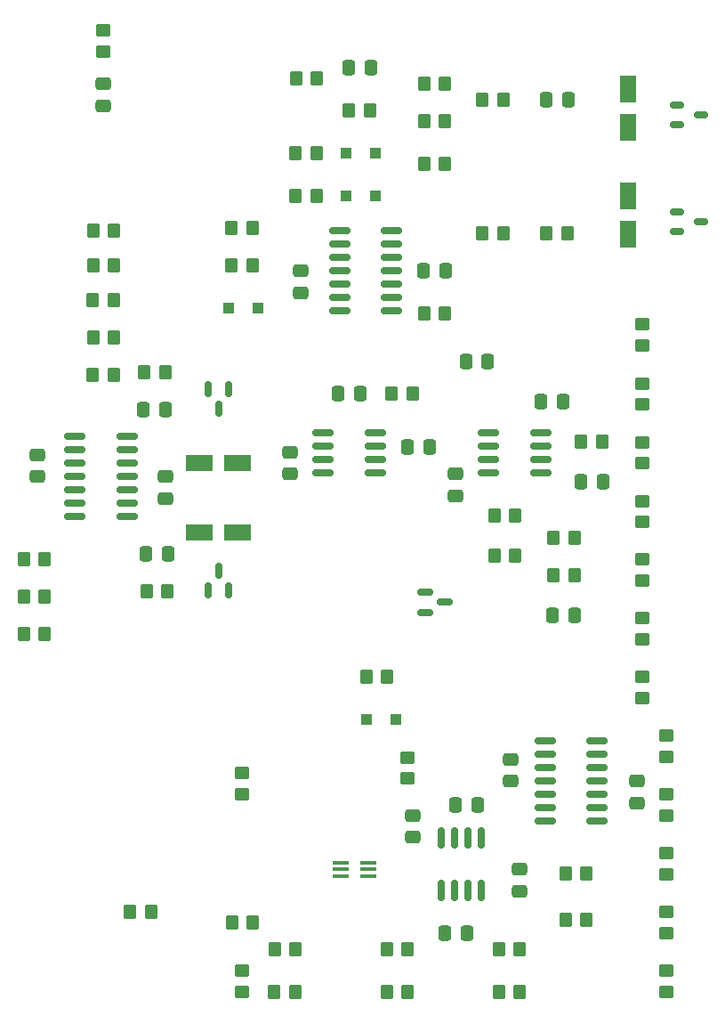
<source format=gbr>
%TF.GenerationSoftware,KiCad,Pcbnew,7.0.8-7.0.8~ubuntu23.04.1*%
%TF.CreationDate,2023-11-19T22:38:12+01:00*%
%TF.ProjectId,vco_4,76636f5f-342e-46b6-9963-61645f706362,rev?*%
%TF.SameCoordinates,Original*%
%TF.FileFunction,Paste,Top*%
%TF.FilePolarity,Positive*%
%FSLAX46Y46*%
G04 Gerber Fmt 4.6, Leading zero omitted, Abs format (unit mm)*
G04 Created by KiCad (PCBNEW 7.0.8-7.0.8~ubuntu23.04.1) date 2023-11-19 22:38:12*
%MOMM*%
%LPD*%
G01*
G04 APERTURE LIST*
G04 Aperture macros list*
%AMRoundRect*
0 Rectangle with rounded corners*
0 $1 Rounding radius*
0 $2 $3 $4 $5 $6 $7 $8 $9 X,Y pos of 4 corners*
0 Add a 4 corners polygon primitive as box body*
4,1,4,$2,$3,$4,$5,$6,$7,$8,$9,$2,$3,0*
0 Add four circle primitives for the rounded corners*
1,1,$1+$1,$2,$3*
1,1,$1+$1,$4,$5*
1,1,$1+$1,$6,$7*
1,1,$1+$1,$8,$9*
0 Add four rect primitives between the rounded corners*
20,1,$1+$1,$2,$3,$4,$5,0*
20,1,$1+$1,$4,$5,$6,$7,0*
20,1,$1+$1,$6,$7,$8,$9,0*
20,1,$1+$1,$8,$9,$2,$3,0*%
G04 Aperture macros list end*
%ADD10RoundRect,0.250000X-0.337500X-0.475000X0.337500X-0.475000X0.337500X0.475000X-0.337500X0.475000X0*%
%ADD11RoundRect,0.250000X0.350000X0.450000X-0.350000X0.450000X-0.350000X-0.450000X0.350000X-0.450000X0*%
%ADD12RoundRect,0.250000X-0.350000X-0.450000X0.350000X-0.450000X0.350000X0.450000X-0.350000X0.450000X0*%
%ADD13RoundRect,0.250000X0.450000X-0.350000X0.450000X0.350000X-0.450000X0.350000X-0.450000X-0.350000X0*%
%ADD14RoundRect,0.250000X0.337500X0.475000X-0.337500X0.475000X-0.337500X-0.475000X0.337500X-0.475000X0*%
%ADD15RoundRect,0.250000X0.475000X-0.337500X0.475000X0.337500X-0.475000X0.337500X-0.475000X-0.337500X0*%
%ADD16RoundRect,0.250000X-1.050000X-0.550000X1.050000X-0.550000X1.050000X0.550000X-1.050000X0.550000X0*%
%ADD17RoundRect,0.250000X-0.475000X0.337500X-0.475000X-0.337500X0.475000X-0.337500X0.475000X0.337500X0*%
%ADD18RoundRect,0.250000X-0.550000X1.050000X-0.550000X-1.050000X0.550000X-1.050000X0.550000X1.050000X0*%
%ADD19RoundRect,0.150000X-0.825000X-0.150000X0.825000X-0.150000X0.825000X0.150000X-0.825000X0.150000X0*%
%ADD20RoundRect,0.150000X-0.512500X-0.150000X0.512500X-0.150000X0.512500X0.150000X-0.512500X0.150000X0*%
%ADD21RoundRect,0.250000X-0.300000X-0.300000X0.300000X-0.300000X0.300000X0.300000X-0.300000X0.300000X0*%
%ADD22RoundRect,0.150000X0.150000X-0.587500X0.150000X0.587500X-0.150000X0.587500X-0.150000X-0.587500X0*%
%ADD23RoundRect,0.250000X-0.450000X0.350000X-0.450000X-0.350000X0.450000X-0.350000X0.450000X0.350000X0*%
%ADD24RoundRect,0.150000X-0.587500X-0.150000X0.587500X-0.150000X0.587500X0.150000X-0.587500X0.150000X0*%
%ADD25RoundRect,0.250000X1.050000X0.550000X-1.050000X0.550000X-1.050000X-0.550000X1.050000X-0.550000X0*%
%ADD26R,1.500000X0.400000*%
%ADD27RoundRect,0.250000X0.300000X0.300000X-0.300000X0.300000X-0.300000X-0.300000X0.300000X-0.300000X0*%
%ADD28RoundRect,0.150000X-0.150000X0.587500X-0.150000X-0.587500X0.150000X-0.587500X0.150000X0.587500X0*%
%ADD29RoundRect,0.150000X0.150000X-0.825000X0.150000X0.825000X-0.150000X0.825000X-0.150000X-0.825000X0*%
%ADD30RoundRect,0.250000X0.550000X-1.050000X0.550000X1.050000X-0.550000X1.050000X-0.550000X-1.050000X0*%
G04 APERTURE END LIST*
D10*
%TO.C,C18*%
X162560000Y-82550000D03*
X164635000Y-82550000D03*
%TD*%
D11*
%TO.C,R45*%
X146272000Y-54864000D03*
X144272000Y-54864000D03*
%TD*%
D12*
%TO.C,R1*%
X125006000Y-100584000D03*
X127006000Y-100584000D03*
%TD*%
D11*
%TO.C,R23*%
X160528000Y-134620000D03*
X158528000Y-134620000D03*
%TD*%
D13*
%TO.C,R18*%
X172212000Y-82788000D03*
X172212000Y-80788000D03*
%TD*%
D11*
%TO.C,R21*%
X149860000Y-138684000D03*
X147860000Y-138684000D03*
%TD*%
D10*
%TO.C,C29*%
X163068000Y-53848000D03*
X165143000Y-53848000D03*
%TD*%
D14*
%TO.C,C8*%
X155469500Y-133096000D03*
X153394500Y-133096000D03*
%TD*%
D15*
%TO.C,C15*%
X138684000Y-89408000D03*
X138684000Y-87333000D03*
%TD*%
D13*
%TO.C,R56*%
X174498000Y-138652000D03*
X174498000Y-136652000D03*
%TD*%
D10*
%TO.C,C20*%
X166370000Y-90170000D03*
X168445000Y-90170000D03*
%TD*%
D13*
%TO.C,R16*%
X172212000Y-93964000D03*
X172212000Y-91964000D03*
%TD*%
%TO.C,R19*%
X172212000Y-77184000D03*
X172212000Y-75184000D03*
%TD*%
D16*
%TO.C,C3*%
X130048000Y-94996000D03*
X133648000Y-94996000D03*
%TD*%
D17*
%TO.C,C10*%
X160528000Y-126978500D03*
X160528000Y-129053500D03*
%TD*%
D11*
%TO.C,R25*%
X166878000Y-131826000D03*
X164878000Y-131826000D03*
%TD*%
D18*
%TO.C,C2*%
X170815000Y-52810000D03*
X170815000Y-56410000D03*
%TD*%
D14*
%TO.C,C16*%
X126768000Y-83312000D03*
X124693000Y-83312000D03*
%TD*%
D19*
%TO.C,U2*%
X118197000Y-85852000D03*
X118197000Y-87122000D03*
X118197000Y-88392000D03*
X118197000Y-89662000D03*
X118197000Y-90932000D03*
X118197000Y-92202000D03*
X118197000Y-93472000D03*
X123147000Y-93472000D03*
X123147000Y-92202000D03*
X123147000Y-90932000D03*
X123147000Y-89662000D03*
X123147000Y-88392000D03*
X123147000Y-87122000D03*
X123147000Y-85852000D03*
%TD*%
D15*
%TO.C,C23*%
X120904000Y-54399000D03*
X120904000Y-52324000D03*
%TD*%
D19*
%TO.C,U5*%
X141797000Y-85471000D03*
X141797000Y-86741000D03*
X141797000Y-88011000D03*
X141797000Y-89281000D03*
X146747000Y-89281000D03*
X146747000Y-88011000D03*
X146747000Y-86741000D03*
X146747000Y-85471000D03*
%TD*%
D11*
%TO.C,R20*%
X166878000Y-127381000D03*
X164878000Y-127381000D03*
%TD*%
D12*
%TO.C,R42*%
X158115000Y-97155000D03*
X160115000Y-97155000D03*
%TD*%
D20*
%TO.C,Q2*%
X175525000Y-64455000D03*
X175525000Y-66355000D03*
X177800000Y-65405000D03*
%TD*%
D21*
%TO.C,D2*%
X144012000Y-62992000D03*
X146812000Y-62992000D03*
%TD*%
D13*
%TO.C,R15*%
X172212000Y-99536000D03*
X172212000Y-97536000D03*
%TD*%
D17*
%TO.C,C19*%
X154432000Y-89408000D03*
X154432000Y-91483000D03*
%TD*%
D12*
%TO.C,R44*%
X166370000Y-86360000D03*
X168370000Y-86360000D03*
%TD*%
D22*
%TO.C,U1*%
X130898000Y-100505500D03*
X132798000Y-100505500D03*
X131848000Y-98630500D03*
%TD*%
D23*
%TO.C,R29*%
X134112000Y-117856000D03*
X134112000Y-119856000D03*
%TD*%
D12*
%TO.C,R36*%
X151416000Y-52324000D03*
X153416000Y-52324000D03*
%TD*%
D11*
%TO.C,R38*%
X153416000Y-59944000D03*
X151416000Y-59944000D03*
%TD*%
D24*
%TO.C,Q3*%
X151541000Y-100650000D03*
X151541000Y-102550000D03*
X153416000Y-101600000D03*
%TD*%
D21*
%TO.C,D4*%
X132836000Y-73660000D03*
X135636000Y-73660000D03*
%TD*%
D12*
%TO.C,R62*%
X119920000Y-69596000D03*
X121920000Y-69596000D03*
%TD*%
D15*
%TO.C,C24*%
X159639000Y-118618000D03*
X159639000Y-116543000D03*
%TD*%
D11*
%TO.C,R7*%
X139192000Y-134620000D03*
X137192000Y-134620000D03*
%TD*%
D12*
%TO.C,R47*%
X139192000Y-58928000D03*
X141192000Y-58928000D03*
%TD*%
%TO.C,R30*%
X145920000Y-108712000D03*
X147920000Y-108712000D03*
%TD*%
D13*
%TO.C,R12*%
X174498000Y-116300000D03*
X174498000Y-114300000D03*
%TD*%
D14*
%TO.C,C22*%
X146347000Y-50800000D03*
X144272000Y-50800000D03*
%TD*%
D20*
%TO.C,Q1*%
X175525000Y-54295000D03*
X175525000Y-56195000D03*
X177800000Y-55245000D03*
%TD*%
D14*
%TO.C,C11*%
X156507000Y-120904000D03*
X154432000Y-120904000D03*
%TD*%
D13*
%TO.C,R13*%
X172212000Y-110712000D03*
X172212000Y-108712000D03*
%TD*%
D14*
%TO.C,C28*%
X165735000Y-102870000D03*
X163660000Y-102870000D03*
%TD*%
D12*
%TO.C,R37*%
X156972000Y-53848000D03*
X158972000Y-53848000D03*
%TD*%
D25*
%TO.C,C30*%
X133648000Y-88392000D03*
X130048000Y-88392000D03*
%TD*%
D13*
%TO.C,R14*%
X172212000Y-105124000D03*
X172212000Y-103124000D03*
%TD*%
D23*
%TO.C,R27*%
X134122000Y-136652000D03*
X134122000Y-138652000D03*
%TD*%
D19*
%TO.C,U8*%
X162944000Y-114808000D03*
X162944000Y-116078000D03*
X162944000Y-117348000D03*
X162944000Y-118618000D03*
X162944000Y-119888000D03*
X162944000Y-121158000D03*
X162944000Y-122428000D03*
X167894000Y-122428000D03*
X167894000Y-121158000D03*
X167894000Y-119888000D03*
X167894000Y-118618000D03*
X167894000Y-117348000D03*
X167894000Y-116078000D03*
X167894000Y-114808000D03*
%TD*%
D11*
%TO.C,R55*%
X115300000Y-101092000D03*
X113300000Y-101092000D03*
%TD*%
%TO.C,R22*%
X160512000Y-138684000D03*
X158512000Y-138684000D03*
%TD*%
D15*
%TO.C,C9*%
X150368000Y-123952000D03*
X150368000Y-121877000D03*
%TD*%
D12*
%TO.C,R53*%
X113300000Y-97536000D03*
X115300000Y-97536000D03*
%TD*%
D13*
%TO.C,R17*%
X172212000Y-88376000D03*
X172212000Y-86376000D03*
%TD*%
D11*
%TO.C,R54*%
X115300000Y-104648000D03*
X113300000Y-104648000D03*
%TD*%
D15*
%TO.C,C6*%
X114576000Y-89662000D03*
X114576000Y-87587000D03*
%TD*%
D10*
%TO.C,C14*%
X149860000Y-86868000D03*
X151935000Y-86868000D03*
%TD*%
D12*
%TO.C,R28*%
X133112000Y-132080000D03*
X135112000Y-132080000D03*
%TD*%
%TO.C,R49*%
X139224000Y-51816000D03*
X141224000Y-51816000D03*
%TD*%
D10*
%TO.C,C27*%
X124968500Y-97028000D03*
X127043500Y-97028000D03*
%TD*%
D15*
%TO.C,C25*%
X171704000Y-120693000D03*
X171704000Y-118618000D03*
%TD*%
D12*
%TO.C,R59*%
X133096000Y-69596000D03*
X135096000Y-69596000D03*
%TD*%
D11*
%TO.C,R61*%
X121920000Y-76454000D03*
X119920000Y-76454000D03*
%TD*%
D15*
%TO.C,C7*%
X126768000Y-91737000D03*
X126768000Y-89662000D03*
%TD*%
D10*
%TO.C,C26*%
X143256000Y-81788000D03*
X145331000Y-81788000D03*
%TD*%
D12*
%TO.C,R52*%
X119920000Y-66294000D03*
X121920000Y-66294000D03*
%TD*%
%TO.C,R50*%
X119888000Y-80010000D03*
X121888000Y-80010000D03*
%TD*%
D26*
%TO.C,U4*%
X143450000Y-126350000D03*
X143450000Y-127000000D03*
X143450000Y-127650000D03*
X146110000Y-127650000D03*
X146110000Y-127000000D03*
X146110000Y-126350000D03*
%TD*%
D13*
%TO.C,R11*%
X174498000Y-121888000D03*
X174498000Y-119888000D03*
%TD*%
D12*
%TO.C,R39*%
X151416000Y-55880000D03*
X153416000Y-55880000D03*
%TD*%
D13*
%TO.C,R31*%
X149860000Y-118348000D03*
X149860000Y-116348000D03*
%TD*%
D12*
%TO.C,R57*%
X163735000Y-95504000D03*
X165735000Y-95504000D03*
%TD*%
%TO.C,R33*%
X156972000Y-66548000D03*
X158972000Y-66548000D03*
%TD*%
D11*
%TO.C,R41*%
X160115000Y-93345000D03*
X158115000Y-93345000D03*
%TD*%
D13*
%TO.C,R10*%
X174498000Y-127476000D03*
X174498000Y-125476000D03*
%TD*%
D12*
%TO.C,R35*%
X163068000Y-66548000D03*
X165068000Y-66548000D03*
%TD*%
D11*
%TO.C,R46*%
X141192000Y-62992000D03*
X139192000Y-62992000D03*
%TD*%
D19*
%TO.C,U6*%
X157545000Y-85471000D03*
X157545000Y-86741000D03*
X157545000Y-88011000D03*
X157545000Y-89281000D03*
X162495000Y-89281000D03*
X162495000Y-88011000D03*
X162495000Y-86741000D03*
X162495000Y-85471000D03*
%TD*%
D12*
%TO.C,R58*%
X163735000Y-99060000D03*
X165735000Y-99060000D03*
%TD*%
D13*
%TO.C,R9*%
X174498000Y-133064000D03*
X174498000Y-131064000D03*
%TD*%
D17*
%TO.C,C12*%
X139700000Y-70082500D03*
X139700000Y-72157500D03*
%TD*%
D12*
%TO.C,R34*%
X151400000Y-74168000D03*
X153400000Y-74168000D03*
%TD*%
D19*
%TO.C,U7*%
X143386000Y-66294000D03*
X143386000Y-67564000D03*
X143386000Y-68834000D03*
X143386000Y-70104000D03*
X143386000Y-71374000D03*
X143386000Y-72644000D03*
X143386000Y-73914000D03*
X148336000Y-73914000D03*
X148336000Y-72644000D03*
X148336000Y-71374000D03*
X148336000Y-70104000D03*
X148336000Y-68834000D03*
X148336000Y-67564000D03*
X148336000Y-66294000D03*
%TD*%
D11*
%TO.C,R8*%
X139144000Y-138684000D03*
X137144000Y-138684000D03*
%TD*%
D27*
%TO.C,D1*%
X148720000Y-112776000D03*
X145920000Y-112776000D03*
%TD*%
D28*
%TO.C,U11*%
X132798000Y-81358500D03*
X130898000Y-81358500D03*
X131848000Y-83233500D03*
%TD*%
D12*
%TO.C,R40*%
X148336000Y-81788000D03*
X150336000Y-81788000D03*
%TD*%
D10*
%TO.C,C17*%
X155405000Y-78740000D03*
X157480000Y-78740000D03*
%TD*%
D11*
%TO.C,R26*%
X125444000Y-131064000D03*
X123444000Y-131064000D03*
%TD*%
D13*
%TO.C,R48*%
X120904000Y-49244000D03*
X120904000Y-47244000D03*
%TD*%
D12*
%TO.C,R51*%
X119888000Y-72898000D03*
X121888000Y-72898000D03*
%TD*%
D21*
%TO.C,D3*%
X144012000Y-58928000D03*
X146812000Y-58928000D03*
%TD*%
D12*
%TO.C,R60*%
X133096000Y-66040000D03*
X135096000Y-66040000D03*
%TD*%
D14*
%TO.C,C21*%
X153459000Y-70104000D03*
X151384000Y-70104000D03*
%TD*%
D29*
%TO.C,U3*%
X153035000Y-128967000D03*
X154305000Y-128967000D03*
X155575000Y-128967000D03*
X156845000Y-128967000D03*
X156845000Y-124017000D03*
X155575000Y-124017000D03*
X154305000Y-124017000D03*
X153035000Y-124017000D03*
%TD*%
D11*
%TO.C,R43*%
X126768000Y-79756000D03*
X124768000Y-79756000D03*
%TD*%
D30*
%TO.C,C1*%
X170815000Y-66570000D03*
X170815000Y-62970000D03*
%TD*%
D11*
%TO.C,R24*%
X149860000Y-134620000D03*
X147860000Y-134620000D03*
%TD*%
M02*

</source>
